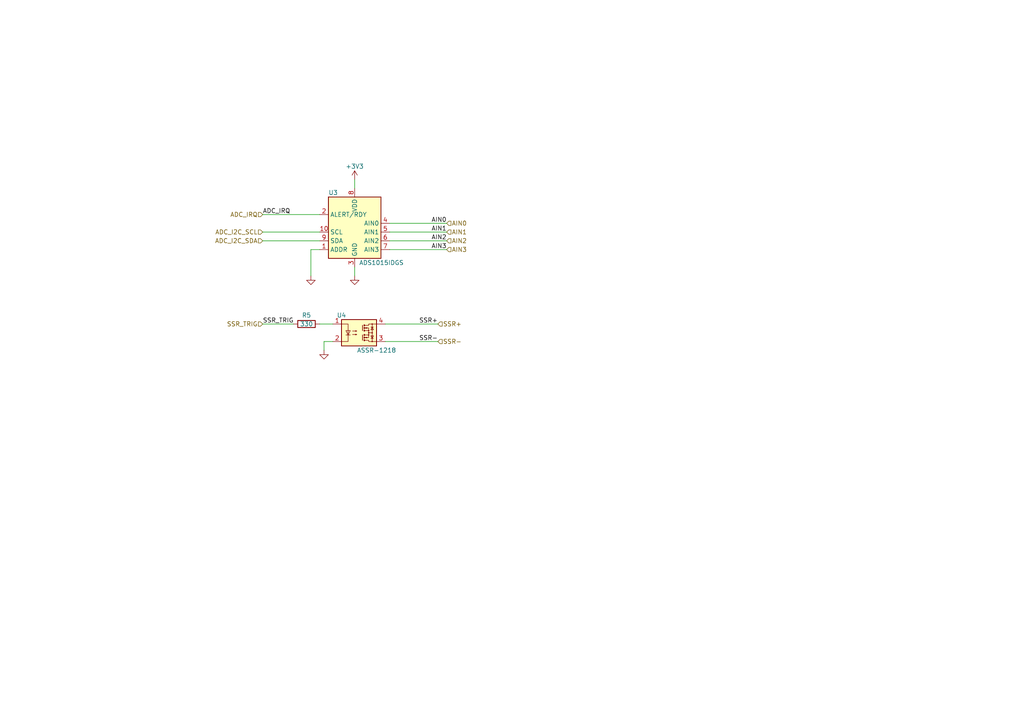
<source format=kicad_sch>
(kicad_sch (version 20230121) (generator eeschema)
  (paper "A4")
  (lib_symbols
    (symbol "Analog_ADC:ADS1015IDGS"
      (property "Reference" "U" (at 2.54 13.97 0))
      (property "Value" "ADS1015IDGS" (at 7.62 11.43 0))
      (symbol "ADS1015IDGS_0_1"
        (rectangle (start -7.62 10.16) (end 7.62 -7.62) (stroke (width 0.254)) (fill (type background)))
      )
      (symbol "ADS1015IDGS_1_1"
        (pin input line (at 10.16 -5.08 180) (length 2.54) (name "ADDR") (number "1"))
        (pin input line (at 10.16 0 180) (length 2.54) (name "SCL") (number "10"))
        (pin output line (at 10.16 5.08 180) (length 2.54) (name "ALERT/RDY") (number "2"))
        (pin power_in line (at 0 -10.16 90) (length 2.54) (name "GND") (number "3"))
        (pin input line (at -10.16 2.54 0) (length 2.54) (name "AIN0") (number "4"))
        (pin input line (at -10.16 0 0) (length 2.54) (name "AIN1") (number "5"))
        (pin input line (at -10.16 -2.54 0) (length 2.54) (name "AIN2") (number "6"))
        (pin input line (at -10.16 -5.08 0) (length 2.54) (name "AIN3") (number "7"))
        (pin power_in line (at 0 12.7 270) (length 2.54) (name "VDD") (number "8"))
        (pin bidirectional line (at 10.16 -2.54 180) (length 2.54) (name "SDA") (number "9"))
      )
    )
    (symbol "Device:R" (pin_numbers hide) (pin_names (offset 0))
      (property "Reference" "R" (at 2.032 0 90))
      (property "Value" "R" (at 0 0 90))
      (symbol "R_0_1"
        (rectangle (start -1.016 -2.54) (end 1.016 2.54) (stroke (width 0.254)))
      )
      (symbol "R_1_1"
        (pin passive line (at 0 3.81 270) (length 1.27) (name "~") (number "1"))
        (pin passive line (at 0 -3.81 90) (length 1.27) (name "~") (number "2"))
      )
    )
    (symbol "Relay_SolidState:ASSR-1218"
      (property "Reference" "U" (at -5.08 5.08 0))
      (property "Value" "ASSR-1218" (at 0 5.08 0))
      (symbol "ASSR-1218_0_1"
        (rectangle (start -5.08 3.81) (end 5.08 -3.81) (stroke (width 0.254)) (fill (type background)))
        (polyline (pts (xy -3.81 -0.635) (xy -2.54 -0.635)))
        (polyline (pts (xy 1.016 -0.635) (xy 1.016 -2.159)) (stroke (width 0.2032)))
        (polyline (pts (xy 1.016 2.159) (xy 1.016 0.635)) (stroke (width 0.2032)))
        (polyline (pts (xy 1.524 -0.508) (xy 1.524 -0.762)) (stroke (width 0.3556)))
        (polyline (pts (xy 2.794 0) (xy 3.81 0)))
        (polyline (pts (xy 3.429 -1.651) (xy 4.191 -1.651)))
        (polyline (pts (xy 3.429 1.651) (xy 4.191 1.651)))
        (polyline (pts (xy 3.81 -2.54) (xy 3.81 2.54)))
        (polyline (pts (xy 1.524 -2.032) (xy 1.524 -2.286) (xy 1.524 -2.286)) (stroke (width 0.3556)))
        (polyline (pts (xy 1.524 -1.27) (xy 1.524 -1.524) (xy 1.524 -1.524)) (stroke (width 0.3556)))
        (polyline (pts (xy 1.524 0.762) (xy 1.524 0.508) (xy 1.524 0.508)) (stroke (width 0.3556)))
        (polyline (pts (xy 1.524 1.524) (xy 1.524 1.27) (xy 1.524 1.27)) (stroke (width 0.3556)))
        (polyline (pts (xy 1.524 2.286) (xy 1.524 2.032) (xy 1.524 2.032)) (stroke (width 0.3556)))
        (polyline (pts (xy 1.651 -1.397) (xy 2.794 -1.397) (xy 2.794 -0.635)))
        (polyline (pts (xy 1.651 1.397) (xy 2.794 1.397) (xy 2.794 0.635)))
        (polyline (pts (xy -5.08 2.54) (xy -3.175 2.54) (xy -3.175 -2.54) (xy -5.08 -2.54)))
        (polyline (pts (xy -3.175 -0.635) (xy -3.81 0.635) (xy -2.54 0.635) (xy -3.175 -0.635)))
        (polyline (pts (xy 1.651 -2.159) (xy 2.794 -2.159) (xy 2.794 -2.54) (xy 5.08 -2.54)))
        (polyline (pts (xy 1.651 -0.635) (xy 2.794 -0.635) (xy 2.794 0.635) (xy 1.651 0.635)))
        (polyline (pts (xy 1.651 2.159) (xy 2.794 2.159) (xy 2.794 2.54) (xy 5.08 2.54)))
        (polyline (pts (xy 1.778 -1.397) (xy 2.286 -1.27) (xy 2.286 -1.524) (xy 1.778 -1.397)))
        (polyline (pts (xy 1.778 1.397) (xy 2.286 1.524) (xy 2.286 1.27) (xy 1.778 1.397)))
        (polyline (pts (xy 3.81 -1.651) (xy 3.429 -0.889) (xy 4.191 -0.889) (xy 3.81 -1.651)))
        (polyline (pts (xy 3.81 1.651) (xy 3.429 0.889) (xy 4.191 0.889) (xy 3.81 1.651)))
        (polyline (pts (xy -1.905 -0.508) (xy -0.635 -0.508) (xy -1.016 -0.635) (xy -1.016 -0.381) (xy -0.635 -0.508)))
        (polyline (pts (xy -1.905 0.508) (xy -0.635 0.508) (xy -1.016 0.381) (xy -1.016 0.635) (xy -0.635 0.508)))
        (circle (center 2.794 -0.635) (radius 0.127))
        (circle (center 2.794 0) (radius 0.127))
        (circle (center 2.794 0.635) (radius 0.127))
        (circle (center 3.81 -2.54) (radius 0.127))
        (circle (center 3.81 0) (radius 0.127))
        (circle (center 3.81 2.54) (radius 0.127))
      )
      (symbol "ASSR-1218_1_1"
        (pin passive line (at -7.62 2.54 0) (length 2.54) (name "~") (number "1"))
        (pin passive line (at -7.62 -2.54 0) (length 2.54) (name "~") (number "2"))
        (pin passive line (at 7.62 -2.54 180) (length 2.54) (name "~") (number "3"))
        (pin passive line (at 7.62 2.54 180) (length 2.54) (name "~") (number "4"))
      )
    )
    (symbol "power:+3V3" (power) (pin_names (offset 0))
      (property "Value" "+3V3" (at 0 3.556 0))
      (symbol "+3V3_0_1"
        (polyline (pts (xy -0.762 1.27) (xy 0 2.54)))
        (polyline (pts (xy 0 0) (xy 0 2.54)))
        (polyline (pts (xy 0 2.54) (xy 0.762 1.27)))
      )
      (symbol "+3V3_1_1"
        (pin power_in line (at 0 0 90) (length 0) hide (name "+3V3") (number "1"))
      )
    )
    (symbol "power:GND" (power) (pin_names (offset 0))
      (property "Value" "GND" (at 0 -3.81 0))
      (symbol "GND_0_1"
        (polyline (pts (xy 0 0) (xy 0 -1.27) (xy 1.27 -1.27) (xy 0 -2.54) (xy -1.27 -1.27) (xy 0 -1.27)))
      )
      (symbol "GND_1_1"
        (pin power_in line (at 0 0 270) (length 0) hide (name "GND") (number "1"))
      )
    )
  )
  (wire (pts (xy 113.03 72.39) (xy 129.54 72.39)))
  (wire (pts (xy 127 99.06) (xy 111.76 99.06)))
  (wire (pts (xy 129.54 67.31) (xy 113.03 67.31)))
  (wire (pts (xy 113.03 64.77) (xy 129.54 64.77)))
  (wire (pts (xy 90.17 72.39) (xy 90.17 80.01)))
  (wire (pts (xy 127 93.98) (xy 111.76 93.98)))
  (wire (pts (xy 93.98 99.06) (xy 96.52 99.06)))
  (wire (pts (xy 76.2 62.23) (xy 92.71 62.23)))
  (wire (pts (xy 76.2 67.31) (xy 92.71 67.31)))
  (wire (pts (xy 102.87 52.07) (xy 102.87 54.61)))
  (wire (pts (xy 129.54 69.85) (xy 113.03 69.85)))
  (wire (pts (xy 92.71 72.39) (xy 90.17 72.39)))
  (wire (pts (xy 76.2 69.85) (xy 92.71 69.85)))
  (wire (pts (xy 102.87 77.47) (xy 102.87 80.01)))
  (wire (pts (xy 92.71 93.98) (xy 96.52 93.98)))
  (wire (pts (xy 76.2 93.98) (xy 85.09 93.98)))
  (wire (pts (xy 93.98 101.6) (xy 93.98 99.06)))
  (label "ADC_IRQ" (at 76.2 62.23 0))
  (label "AIN2" (at 129.54 69.85 180))
  (label "AIN3" (at 129.54 72.39 180))
  (label "AIN0" (at 129.54 64.77 180))
  (label "AIN1" (at 129.54 67.31 180))
  (label "SSR-" (at 127 99.06 180))
  (label "SSR_TRIG" (at 76.2 93.98 0))
  (label "SSR+" (at 127 93.98 180))
  (hierarchical_label "AIN2" (shape input) (at 129.54 69.85 0))
  (hierarchical_label "ADC_I2C_SDA" (shape input) (at 76.2 69.85 180))
  (hierarchical_label "AIN3" (shape input) (at 129.54 72.39 0))
  (hierarchical_label "ADC_IRQ" (shape input) (at 76.2 62.23 180))
  (hierarchical_label "AIN0" (shape input) (at 129.54 64.77 0))
  (hierarchical_label "ADC_I2C_SCL" (shape input) (at 76.2 67.31 180))
  (hierarchical_label "SSR+" (shape input) (at 127 93.98 0))
  (hierarchical_label "SSR-" (shape input) (at 127 99.06 0))
  (hierarchical_label "AIN1" (shape input) (at 129.54 67.31 0))
  (hierarchical_label "SSR_TRIG" (shape input) (at 76.2 93.98 180))
  (symbol (lib_id "power:GND") (at 102.87 80.01 0) (unit 1)
    (property "Reference" "#PWR018" (effects hide))
    (property "Value" "GND" (effects hide))
    (instances (project "base2040 - Copy" (path "" (reference "#PWR018") (unit 1))) (project "1-Job" (path "" (reference "#PWR0403") (unit 1))) (project "t_rp2040" (path "" (reference "#PWR018") (unit 1))))
  )
  (symbol (lib_id "Analog_ADC:ADS1015IDGS") (at 102.87 67.31 0) (mirror y) (unit 1)
    (property "Reference" "U3" (at 95.25 55.88 0) (effects (justify right)))
    (property "Value" "ADS1015IDGS" (at 104.14 76.2 0) (effects (justify right)))
    (property "Footprint" "Package_SO:TSSOP-10_3x3mm_P0.5mm" (effects hide))
    (property "Datasheet" "http://www.ti.com/lit/ds/symlink/ads1015.pdf" (effects hide))
    (instances (project "base2040 - Copy" (path "" (reference "U3") (unit 1))) (project "1-Job" (path "" (reference "U401") (unit 1))) (project "t_rp2040" (path "" (reference "U3") (unit 1))))
  )
  (symbol (lib_id "power:GND") (at 90.17 80.01 0) (unit 1)
    (property "Reference" "#PWR015" (effects hide))
    (property "Value" "GND" (effects hide))
    (instances (project "base2040 - Copy" (path "" (reference "#PWR015") (unit 1))) (project "1-Job" (path "" (reference "#PWR0402") (unit 1))) (project "t_rp2040" (path "" (reference "#PWR015") (unit 1))))
  )
  (symbol (lib_id "Relay_SolidState:ASSR-1218") (at 104.14 96.52 0) (unit 1)
    (property "Reference" "U4" (at 99.06 91.44 0))
    (property "Value" "ASSR-1218" (at 109.22 101.6 0))
    (property "Footprint" "Package_SO:SO-4_4.4x4.3mm_P2.54mm" (effects hide))
    (property "Datasheet" "https://docs.broadcom.com/docs/AV02-0173EN" (effects hide))
    (instances (project "base2040 - Copy" (path "" (reference "U4") (unit 1))) (project "1-Job" (path "" (reference "U402") (unit 1))) (project "t_rp2040" (path "" (reference "U4") (unit 1))))
  )
  (symbol (lib_id "Device:R") (at 88.9 93.98 90) (unit 1)
    (property "Reference" "R5" (at 88.9 91.44 90))
    (property "Value" "330" (at 88.9 93.98 90))
    (instances (project "base2040 - Copy" (path "" (reference "R5") (unit 1))) (project "1-Job" (path "" (reference "R401") (unit 1))) (project "t_rp2040" (path "" (reference "R5") (unit 1))))
  )
  (symbol (lib_id "power:+3V3") (at 102.87 52.07 0) (unit 1)
    (property "Reference" "#PWR017" (effects hide))
    (property "Value" "+3V3" (at 102.87 48.26 0))
    (instances (project "base2040 - Copy" (path "" (reference "#PWR017") (unit 1))) (project "1-Job" (path "" (reference "#PWR0401") (unit 1))) (project "t_rp2040" (path "" (reference "#PWR017") (unit 1))))
  )
  (symbol (lib_id "power:GND") (at 93.98 101.6 0) (unit 1)
    (property "Reference" "#PWR016" (effects hide))
    (property "Value" "GND" (effects hide))
    (instances (project "base2040 - Copy" (path "" (reference "#PWR016") (unit 1))) (project "1-Job" (path "" (reference "#PWR0404") (unit 1))) (project "t_rp2040" (path "" (reference "#PWR016") (unit 1))))
  )
)
</source>
